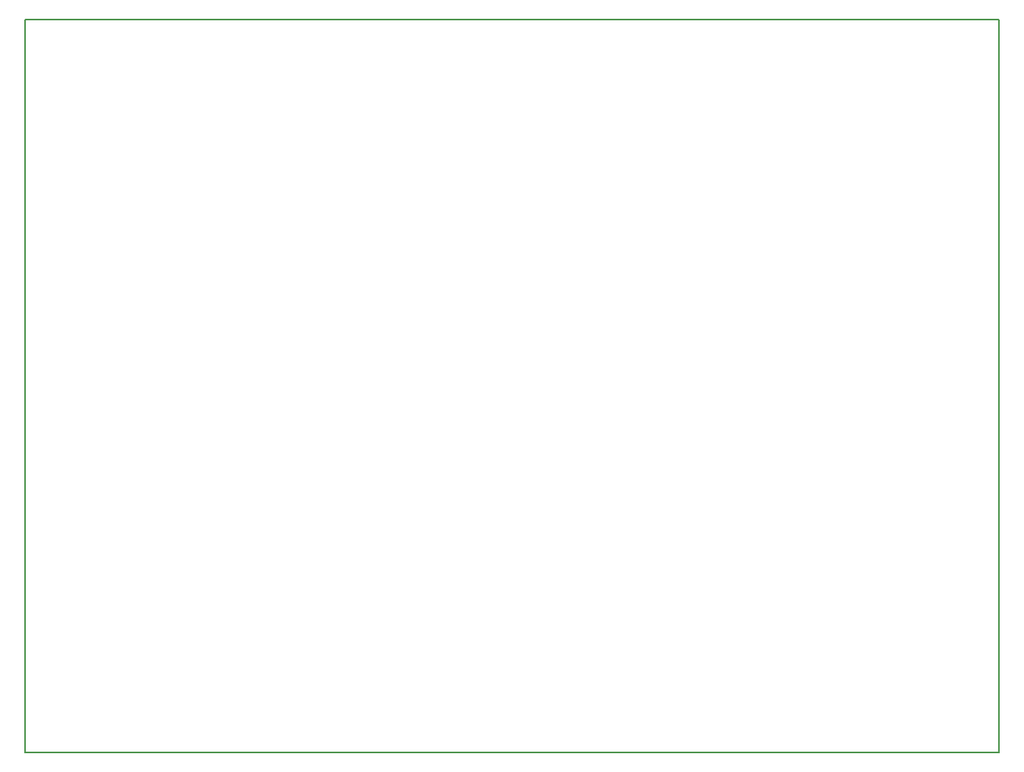
<source format=gm1>
G04 MADE WITH FRITZING*
G04 WWW.FRITZING.ORG*
G04 DOUBLE SIDED*
G04 HOLES PLATED*
G04 CONTOUR ON CENTER OF CONTOUR VECTOR*
%ASAXBY*%
%FSLAX23Y23*%
%MOIN*%
%OFA0B0*%
%SFA1.0B1.0*%
%ADD10R,4.153430X3.132770*%
%ADD11C,0.008000*%
%ADD10C,0.008*%
%LNCONTOUR*%
G90*
G70*
G54D10*
G54D11*
X4Y3129D02*
X4149Y3129D01*
X4149Y4D01*
X4Y4D01*
X4Y3129D01*
D02*
G04 End of contour*
M02*
</source>
